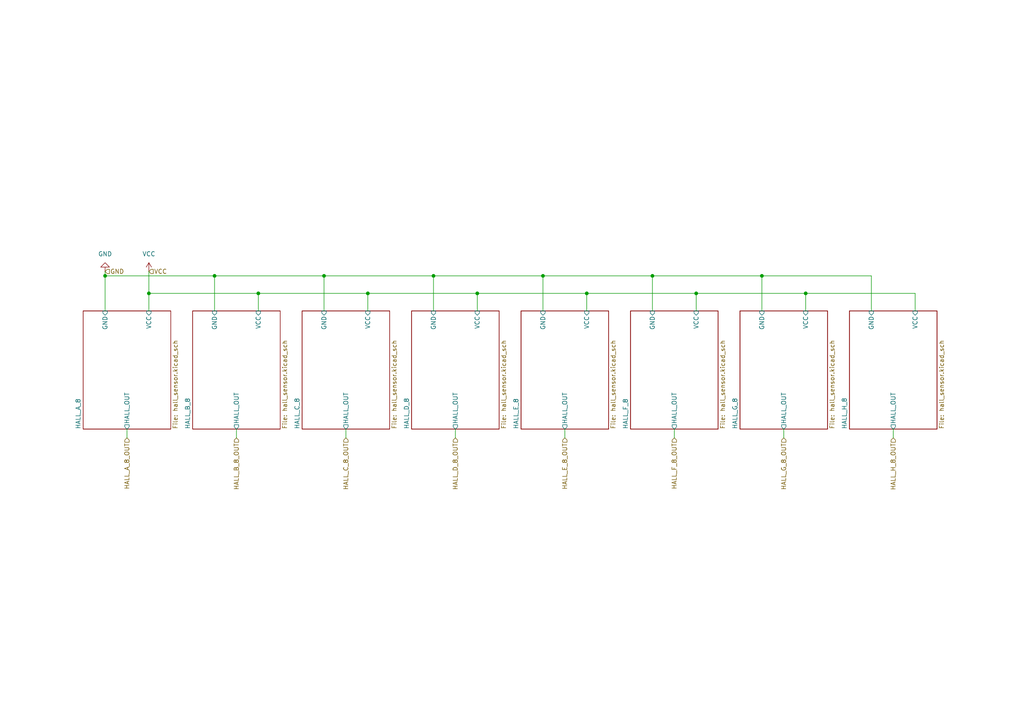
<source format=kicad_sch>
(kicad_sch (version 20250114) (generator "eeschema") (generator_version "9.0")
  (paper "A4")
  (lib_symbols
    (symbol "power:GND" (power) (pin_numbers (hide yes)) (pin_names (offset 0) (hide yes))
      (property "Value" "GND" (at 0 -3.81 0))
      (symbol "GND_0_1"
        (polyline (pts (xy 0 0) (xy 0 -1.27) (xy 1.27 -1.27) (xy 0 -2.54) (xy -1.27 -1.27) (xy 0 -1.27)))
      )
      (symbol "GND_1_1"
        (pin power_in line (at 0 0 270) (length 0) (name "~") (number "1"))
      )
    )
    (symbol "power:VCC" (power) (pin_numbers (hide yes)) (pin_names (offset 0) (hide yes))
      (property "Value" "VCC" (at 0 3.556 0))
      (symbol "VCC_0_1"
        (polyline (pts (xy -0.762 1.27) (xy 0 2.54)))
        (polyline (pts (xy 0 2.54) (xy 0.762 1.27)))
        (polyline (pts (xy 0 0) (xy 0 2.54)))
      )
      (symbol "VCC_1_1"
        (pin power_in line (at 0 0 90) (length 0) (name "~") (number "1"))
      )
    )
  )
  (junction (at 93.98 80.01))
  (junction (at 62.23 80.01))
  (junction (at 74.93 85.09))
  (junction (at 43.18 85.09))
  (junction (at 125.73 80.01))
  (junction (at 157.48 80.01))
  (junction (at 170.18 85.09))
  (junction (at 201.93 85.09))
  (junction (at 30.48 80.01))
  (junction (at 138.43 85.09))
  (junction (at 220.98 80.01))
  (junction (at 106.68 85.09))
  (junction (at 233.68 85.09))
  (junction (at 189.23 80.01))
  (wire (pts (xy 138.43 85.09) (xy 138.43 90.17)))
  (wire (pts (xy 106.68 85.09) (xy 138.43 85.09)))
  (wire (pts (xy 125.73 80.01) (xy 157.48 80.01)))
  (wire (pts (xy 201.93 85.09) (xy 233.68 85.09)))
  (wire (pts (xy 233.68 85.09) (xy 233.68 90.17)))
  (wire (pts (xy 62.23 80.01) (xy 62.23 90.17)))
  (wire (pts (xy 252.73 80.01) (xy 252.73 90.17)))
  (wire (pts (xy 220.98 80.01) (xy 220.98 90.17)))
  (wire (pts (xy 265.43 85.09) (xy 265.43 90.17)))
  (wire (pts (xy 125.73 80.01) (xy 125.73 90.17)))
  (wire (pts (xy 30.48 80.01) (xy 30.48 90.17)))
  (wire (pts (xy 163.83 124.46) (xy 163.83 127)))
  (wire (pts (xy 189.23 80.01) (xy 220.98 80.01)))
  (wire (pts (xy 100.33 124.46) (xy 100.33 127)))
  (wire (pts (xy 93.98 80.01) (xy 125.73 80.01)))
  (wire (pts (xy 30.48 80.01) (xy 62.23 80.01)))
  (wire (pts (xy 106.68 85.09) (xy 106.68 90.17)))
  (wire (pts (xy 93.98 80.01) (xy 93.98 90.17)))
  (wire (pts (xy 201.93 85.09) (xy 201.93 90.17)))
  (wire (pts (xy 138.43 85.09) (xy 170.18 85.09)))
  (wire (pts (xy 74.93 85.09) (xy 74.93 90.17)))
  (wire (pts (xy 233.68 85.09) (xy 265.43 85.09)))
  (wire (pts (xy 220.98 80.01) (xy 252.73 80.01)))
  (wire (pts (xy 43.18 85.09) (xy 74.93 85.09)))
  (wire (pts (xy 195.58 124.46) (xy 195.58 127)))
  (wire (pts (xy 132.08 124.46) (xy 132.08 127)))
  (wire (pts (xy 68.58 124.46) (xy 68.58 127)))
  (wire (pts (xy 170.18 85.09) (xy 170.18 90.17)))
  (wire (pts (xy 30.48 78.74) (xy 30.48 80.01)))
  (wire (pts (xy 74.93 85.09) (xy 106.68 85.09)))
  (wire (pts (xy 43.18 78.74) (xy 43.18 85.09)))
  (wire (pts (xy 189.23 80.01) (xy 189.23 90.17)))
  (wire (pts (xy 157.48 80.01) (xy 157.48 90.17)))
  (wire (pts (xy 36.83 124.46) (xy 36.83 127)))
  (wire (pts (xy 259.08 124.46) (xy 259.08 127)))
  (wire (pts (xy 62.23 80.01) (xy 93.98 80.01)))
  (wire (pts (xy 227.33 124.46) (xy 227.33 127)))
  (wire (pts (xy 170.18 85.09) (xy 201.93 85.09)))
  (wire (pts (xy 157.48 80.01) (xy 189.23 80.01)))
  (wire (pts (xy 43.18 85.09) (xy 43.18 90.17)))
  (hierarchical_label "HALL_C_8_OUT" (shape input) (at 100.33 127 270))
  (hierarchical_label "GND" (shape input) (at 30.48 78.74 0))
  (hierarchical_label "HALL_F_8_OUT" (shape input) (at 195.58 127 270))
  (hierarchical_label "HALL_D_8_OUT" (shape input) (at 132.08 127 270))
  (hierarchical_label "HALL_H_8_OUT" (shape input) (at 259.08 127 270))
  (hierarchical_label "HALL_G_8_OUT" (shape input) (at 227.33 127 270))
  (hierarchical_label "HALL_B_8_OUT" (shape input) (at 68.58 127 270))
  (hierarchical_label "HALL_E_8_OUT" (shape input) (at 163.83 127 270))
  (hierarchical_label "VCC" (shape input) (at 43.18 78.74 0))
  (hierarchical_label "HALL_A_8_OUT" (shape input) (at 36.83 127 270))
  (symbol (lib_id "power:GND") (at 30.48 78.74 180) (unit 1)
    (property "Reference" "#PWR085" (effects (hide yes)))
    (property "Value" "GND" (at 30.48 73.66 0))
    (property "Description" "Power symbol creates a global label with name \"GND\" , ground" (effects (hide yes)))
  )
  (symbol (lib_id "power:VCC") (at 43.18 78.74 0) (unit 1)
    (property "Reference" "#PWR086" (effects (hide yes)))
    (property "Value" "VCC" (at 43.18 73.66 0))
    (property "Description" "Power symbol creates a global label with name \"VCC\"" (effects (hide yes)))
  )
  (sheet (at 214.63 90.17) (size 25.4 34.29) (stroke (width 0.1524))
    (property "Sheetname" "HALL_G_8" (at 213.9184 124.46 90) (effects (justify left bottom)))
    (property "Sheetfile" "hall_sensor.kicad_sch" (at 240.6146 124.46 90) (effects (justify left top)))
    (pin "GND" input (at 220.98 90.17 90))
    (pin "HALL_OUT" output (at 227.33 124.46 270))
    (pin "VCC" input (at 233.68 90.17 90))
  )
  (sheet (at 87.63 90.17) (size 25.4 34.29) (stroke (width 0.1524))
    (property "Sheetname" "HALL_C_8" (at 86.9184 124.46 90) (effects (justify left bottom)))
    (property "Sheetfile" "hall_sensor.kicad_sch" (at 113.6146 124.46 90) (effects (justify left top)))
    (pin "GND" input (at 93.98 90.17 90))
    (pin "HALL_OUT" output (at 100.33 124.46 270))
    (pin "VCC" input (at 106.68 90.17 90))
  )
  (sheet (at 246.38 90.17) (size 25.4 34.29) (stroke (width 0.1524))
    (property "Sheetname" "HALL_H_8" (at 245.6684 124.46 90) (effects (justify left bottom)))
    (property "Sheetfile" "hall_sensor.kicad_sch" (at 272.3646 124.46 90) (effects (justify left top)))
    (pin "GND" input (at 252.73 90.17 90))
    (pin "HALL_OUT" output (at 259.08 124.46 270))
    (pin "VCC" input (at 265.43 90.17 90))
  )
  (sheet (at 55.88 90.17) (size 25.4 34.29) (stroke (width 0.1524))
    (property "Sheetname" "HALL_B_8" (at 55.1684 124.46 90) (effects (justify left bottom)))
    (property "Sheetfile" "hall_sensor.kicad_sch" (at 81.8646 124.46 90) (effects (justify left top)))
    (pin "GND" input (at 62.23 90.17 90))
    (pin "HALL_OUT" output (at 68.58 124.46 270))
    (pin "VCC" input (at 74.93 90.17 90))
  )
  (sheet (at 24.13 90.17) (size 25.4 34.29) (stroke (width 0.1524))
    (property "Sheetname" "HALL_A_8" (at 23.4184 124.46 90) (effects (justify left bottom)))
    (property "Sheetfile" "hall_sensor.kicad_sch" (at 50.1146 124.46 90) (effects (justify left top)))
    (pin "GND" input (at 30.48 90.17 90))
    (pin "HALL_OUT" output (at 36.83 124.46 270))
    (pin "VCC" input (at 43.18 90.17 90))
  )
  (sheet (at 182.88 90.17) (size 25.4 34.29) (stroke (width 0.1524))
    (property "Sheetname" "HALL_F_8" (at 182.1684 124.46 90) (effects (justify left bottom)))
    (property "Sheetfile" "hall_sensor.kicad_sch" (at 208.8646 124.46 90) (effects (justify left top)))
    (pin "GND" input (at 189.23 90.17 90))
    (pin "HALL_OUT" output (at 195.58 124.46 270))
    (pin "VCC" input (at 201.93 90.17 90))
  )
  (sheet (at 119.38 90.17) (size 25.4 34.29) (stroke (width 0.1524))
    (property "Sheetname" "HALL_D_8" (at 118.6684 124.46 90) (effects (justify left bottom)))
    (property "Sheetfile" "hall_sensor.kicad_sch" (at 145.3646 124.46 90) (effects (justify left top)))
    (pin "GND" input (at 125.73 90.17 90))
    (pin "HALL_OUT" output (at 132.08 124.46 270))
    (pin "VCC" input (at 138.43 90.17 90))
  )
  (sheet (at 151.13 90.17) (size 25.4 34.29) (stroke (width 0.1524))
    (property "Sheetname" "HALL_E_8" (at 150.4184 124.46 90) (effects (justify left bottom)))
    (property "Sheetfile" "hall_sensor.kicad_sch" (at 177.1146 124.46 90) (effects (justify left top)))
    (pin "GND" input (at 157.48 90.17 90))
    (pin "HALL_OUT" output (at 163.83 124.46 270))
    (pin "VCC" input (at 170.18 90.17 90))
  )
)
</source>
